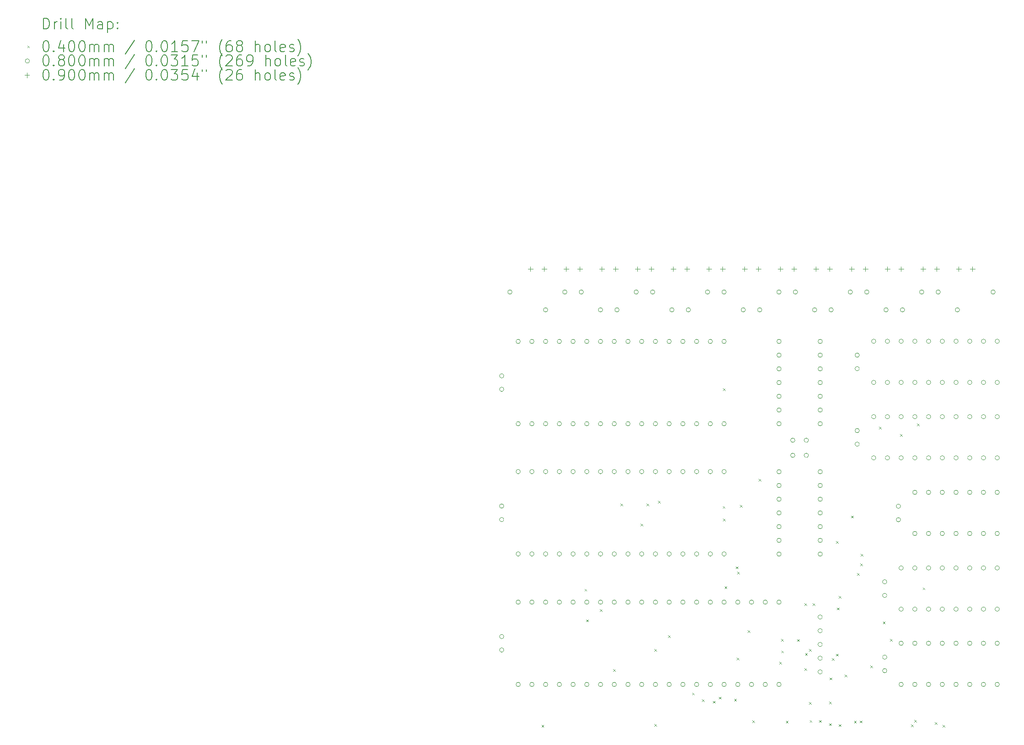
<source format=gbr>
%TF.GenerationSoftware,KiCad,Pcbnew,(6.0.9)*%
%TF.CreationDate,2022-12-02T20:58:01-05:00*%
%TF.ProjectId,Part 4 - CPU and memory,50617274-2034-4202-9d20-43505520616e,1*%
%TF.SameCoordinates,Original*%
%TF.FileFunction,Drillmap*%
%TF.FilePolarity,Positive*%
%FSLAX45Y45*%
G04 Gerber Fmt 4.5, Leading zero omitted, Abs format (unit mm)*
G04 Created by KiCad (PCBNEW (6.0.9)) date 2022-12-02 20:58:01*
%MOMM*%
%LPD*%
G01*
G04 APERTURE LIST*
%ADD10C,0.200000*%
%ADD11C,0.040000*%
%ADD12C,0.080000*%
%ADD13C,0.090000*%
G04 APERTURE END LIST*
D10*
D11*
X9476390Y-13194760D02*
X9516390Y-13234760D01*
X9516390Y-13194760D02*
X9476390Y-13234760D01*
X10270460Y-10678290D02*
X10310460Y-10718290D01*
X10310460Y-10678290D02*
X10270460Y-10718290D01*
X10298200Y-11244970D02*
X10338200Y-11284970D01*
X10338200Y-11244970D02*
X10298200Y-11284970D01*
X10556590Y-11051530D02*
X10596590Y-11091530D01*
X10596590Y-11051530D02*
X10556590Y-11091530D01*
X10800900Y-12165950D02*
X10840900Y-12205950D01*
X10840900Y-12165950D02*
X10800900Y-12205950D01*
X10933880Y-9098770D02*
X10973880Y-9138770D01*
X10973880Y-9098770D02*
X10933880Y-9138770D01*
X11308400Y-9467930D02*
X11348400Y-9507930D01*
X11348400Y-9467930D02*
X11308400Y-9507930D01*
X11416390Y-9098770D02*
X11456390Y-9138770D01*
X11456390Y-9098770D02*
X11416390Y-9138770D01*
X11562400Y-11791000D02*
X11602400Y-11831000D01*
X11602400Y-11791000D02*
X11562400Y-11831000D01*
X11562400Y-13177970D02*
X11602400Y-13217970D01*
X11602400Y-13177970D02*
X11562400Y-13217970D01*
X11632100Y-9049870D02*
X11672100Y-9089870D01*
X11672100Y-9049870D02*
X11632100Y-9089870D01*
X11814400Y-11539000D02*
X11854400Y-11579000D01*
X11854400Y-11539000D02*
X11814400Y-11579000D01*
X12260764Y-12598964D02*
X12300764Y-12638964D01*
X12300764Y-12598964D02*
X12260764Y-12638964D01*
X12446330Y-12724890D02*
X12486330Y-12764890D01*
X12486330Y-12724890D02*
X12446330Y-12764890D01*
X12645200Y-12752320D02*
X12685200Y-12792320D01*
X12685200Y-12752320D02*
X12645200Y-12792320D01*
X12757230Y-12675000D02*
X12797230Y-12715000D01*
X12797230Y-12675000D02*
X12757230Y-12715000D01*
X12829460Y-9143930D02*
X12869460Y-9183930D01*
X12869460Y-9143930D02*
X12829460Y-9183930D01*
X12832400Y-6965000D02*
X12872400Y-7005000D01*
X12872400Y-6965000D02*
X12832400Y-7005000D01*
X12832400Y-9378000D02*
X12872400Y-9418000D01*
X12872400Y-9378000D02*
X12832400Y-9418000D01*
X12863130Y-10630860D02*
X12903130Y-10670860D01*
X12903130Y-10630860D02*
X12863130Y-10670860D01*
X13039650Y-12711300D02*
X13079650Y-12751300D01*
X13079650Y-12711300D02*
X13039650Y-12751300D01*
X13072070Y-10262790D02*
X13112070Y-10302790D01*
X13112070Y-10262790D02*
X13072070Y-10302790D01*
X13087380Y-11949220D02*
X13127380Y-11989220D01*
X13127380Y-11949220D02*
X13087380Y-11989220D01*
X13092750Y-10362830D02*
X13132750Y-10402830D01*
X13132750Y-10362830D02*
X13092750Y-10402830D01*
X13145350Y-9125830D02*
X13185350Y-9165830D01*
X13185350Y-9125830D02*
X13145350Y-9165830D01*
X13290670Y-11442060D02*
X13330670Y-11482060D01*
X13330670Y-11442060D02*
X13290670Y-11482060D01*
X13371970Y-13109820D02*
X13411970Y-13149820D01*
X13411970Y-13109820D02*
X13371970Y-13149820D01*
X13492800Y-8641400D02*
X13532800Y-8681400D01*
X13532800Y-8641400D02*
X13492800Y-8681400D01*
X13874200Y-12025900D02*
X13914200Y-12065900D01*
X13914200Y-12025900D02*
X13874200Y-12065900D01*
X13910380Y-11603970D02*
X13950380Y-11643970D01*
X13950380Y-11603970D02*
X13910380Y-11643970D01*
X13911280Y-11819210D02*
X13951280Y-11859210D01*
X13951280Y-11819210D02*
X13911280Y-11859210D01*
X13997900Y-13122090D02*
X14037900Y-13162090D01*
X14037900Y-13122090D02*
X13997900Y-13162090D01*
X14203570Y-11607620D02*
X14243570Y-11647620D01*
X14243570Y-11607620D02*
X14203570Y-11647620D01*
X14337530Y-10946260D02*
X14377530Y-10986260D01*
X14377530Y-10946260D02*
X14337530Y-10986260D01*
X14342550Y-12144260D02*
X14382550Y-12184260D01*
X14382550Y-12144260D02*
X14342550Y-12184260D01*
X14351530Y-11866780D02*
X14391530Y-11906780D01*
X14391530Y-11866780D02*
X14351530Y-11906780D01*
X14422210Y-12771470D02*
X14462210Y-12811470D01*
X14462210Y-12771470D02*
X14422210Y-12811470D01*
X14423310Y-11790760D02*
X14463310Y-11830760D01*
X14463310Y-11790760D02*
X14423310Y-11830760D01*
X14438260Y-13108000D02*
X14478260Y-13148000D01*
X14478260Y-13108000D02*
X14438260Y-13148000D01*
X14493700Y-10942960D02*
X14533700Y-10982960D01*
X14533700Y-10942960D02*
X14493700Y-10982960D01*
X14612050Y-13107470D02*
X14652050Y-13147470D01*
X14652050Y-13107470D02*
X14612050Y-13147470D01*
X14796490Y-12765490D02*
X14836490Y-12805490D01*
X14836490Y-12765490D02*
X14796490Y-12805490D01*
X14798823Y-13166494D02*
X14838823Y-13206494D01*
X14838823Y-13166494D02*
X14798823Y-13206494D01*
X14806810Y-12320710D02*
X14846810Y-12360710D01*
X14846810Y-12320710D02*
X14806810Y-12360710D01*
X14848690Y-11957400D02*
X14888690Y-11997400D01*
X14888690Y-11957400D02*
X14848690Y-11997400D01*
X14926760Y-11880350D02*
X14966760Y-11920350D01*
X14966760Y-11880350D02*
X14926760Y-11920350D01*
X14926800Y-9790670D02*
X14966800Y-9830670D01*
X14966800Y-9790670D02*
X14926800Y-9830670D01*
X14940760Y-11025640D02*
X14980760Y-11065640D01*
X14980760Y-11025640D02*
X14940760Y-11065640D01*
X14976560Y-13182710D02*
X15016560Y-13222710D01*
X15016560Y-13182710D02*
X14976560Y-13222710D01*
X14977230Y-10809230D02*
X15017230Y-10849230D01*
X15017230Y-10809230D02*
X14977230Y-10849230D01*
X15087100Y-12262300D02*
X15127100Y-12302300D01*
X15127100Y-12262300D02*
X15087100Y-12302300D01*
X15203690Y-9321860D02*
X15243690Y-9361860D01*
X15243690Y-9321860D02*
X15203690Y-9361860D01*
X15259600Y-13122570D02*
X15299600Y-13162570D01*
X15299600Y-13122570D02*
X15259600Y-13162570D01*
X15310470Y-10384930D02*
X15350470Y-10424930D01*
X15350470Y-10384930D02*
X15310470Y-10424930D01*
X15366280Y-13115180D02*
X15406280Y-13155180D01*
X15406280Y-13115180D02*
X15366280Y-13155180D01*
X15375780Y-10206440D02*
X15415780Y-10246440D01*
X15415780Y-10206440D02*
X15375780Y-10246440D01*
X15382370Y-10027150D02*
X15422370Y-10067150D01*
X15422370Y-10027150D02*
X15382370Y-10067150D01*
X15558650Y-12093950D02*
X15598650Y-12133950D01*
X15598650Y-12093950D02*
X15558650Y-12133950D01*
X15719220Y-7673440D02*
X15759220Y-7713440D01*
X15759220Y-7673440D02*
X15719220Y-7713440D01*
X15791270Y-11282210D02*
X15831270Y-11322210D01*
X15831270Y-11282210D02*
X15791270Y-11322210D01*
X15922180Y-11603990D02*
X15962180Y-11643990D01*
X15962180Y-11603990D02*
X15922180Y-11643990D01*
X16112240Y-7812510D02*
X16152240Y-7852510D01*
X16152240Y-7812510D02*
X16112240Y-7852510D01*
X16312180Y-13185890D02*
X16352180Y-13225890D01*
X16352180Y-13185890D02*
X16312180Y-13225890D01*
X16369810Y-13100190D02*
X16409810Y-13140190D01*
X16409810Y-13100190D02*
X16369810Y-13140190D01*
X16419780Y-7615190D02*
X16459780Y-7655190D01*
X16459780Y-7615190D02*
X16419780Y-7655190D01*
X16527530Y-10652000D02*
X16567530Y-10692000D01*
X16567530Y-10652000D02*
X16527530Y-10692000D01*
X16751520Y-13146310D02*
X16791520Y-13186310D01*
X16791520Y-13146310D02*
X16751520Y-13186310D01*
X16896400Y-13197020D02*
X16936400Y-13237020D01*
X16936400Y-13197020D02*
X16896400Y-13237020D01*
D12*
X8777600Y-6733000D02*
G75*
G03*
X8777600Y-6733000I-40000J0D01*
G01*
X8777600Y-6983000D02*
G75*
G03*
X8777600Y-6983000I-40000J0D01*
G01*
X8777600Y-9144000D02*
G75*
G03*
X8777600Y-9144000I-40000J0D01*
G01*
X8777600Y-9394000D02*
G75*
G03*
X8777600Y-9394000I-40000J0D01*
G01*
X8777600Y-11559000D02*
G75*
G03*
X8777600Y-11559000I-40000J0D01*
G01*
X8777600Y-11809000D02*
G75*
G03*
X8777600Y-11809000I-40000J0D01*
G01*
X8930000Y-5181600D02*
G75*
G03*
X8930000Y-5181600I-40000J0D01*
G01*
X9082400Y-6096500D02*
G75*
G03*
X9082400Y-6096500I-40000J0D01*
G01*
X9082400Y-7620500D02*
G75*
G03*
X9082400Y-7620500I-40000J0D01*
G01*
X9082400Y-8507000D02*
G75*
G03*
X9082400Y-8507000I-40000J0D01*
G01*
X9082400Y-10031000D02*
G75*
G03*
X9082400Y-10031000I-40000J0D01*
G01*
X9082900Y-10922500D02*
G75*
G03*
X9082900Y-10922500I-40000J0D01*
G01*
X9082900Y-12446500D02*
G75*
G03*
X9082900Y-12446500I-40000J0D01*
G01*
X9336400Y-6096500D02*
G75*
G03*
X9336400Y-6096500I-40000J0D01*
G01*
X9336400Y-7620500D02*
G75*
G03*
X9336400Y-7620500I-40000J0D01*
G01*
X9336400Y-8507000D02*
G75*
G03*
X9336400Y-8507000I-40000J0D01*
G01*
X9336400Y-10031000D02*
G75*
G03*
X9336400Y-10031000I-40000J0D01*
G01*
X9336900Y-10922500D02*
G75*
G03*
X9336900Y-10922500I-40000J0D01*
G01*
X9336900Y-12446500D02*
G75*
G03*
X9336900Y-12446500I-40000J0D01*
G01*
X9590400Y-5511800D02*
G75*
G03*
X9590400Y-5511800I-40000J0D01*
G01*
X9590400Y-6096500D02*
G75*
G03*
X9590400Y-6096500I-40000J0D01*
G01*
X9590400Y-7620500D02*
G75*
G03*
X9590400Y-7620500I-40000J0D01*
G01*
X9590400Y-8507000D02*
G75*
G03*
X9590400Y-8507000I-40000J0D01*
G01*
X9590400Y-10031000D02*
G75*
G03*
X9590400Y-10031000I-40000J0D01*
G01*
X9590900Y-10922500D02*
G75*
G03*
X9590900Y-10922500I-40000J0D01*
G01*
X9590900Y-12446500D02*
G75*
G03*
X9590900Y-12446500I-40000J0D01*
G01*
X9844400Y-6096500D02*
G75*
G03*
X9844400Y-6096500I-40000J0D01*
G01*
X9844400Y-7620500D02*
G75*
G03*
X9844400Y-7620500I-40000J0D01*
G01*
X9844400Y-8507000D02*
G75*
G03*
X9844400Y-8507000I-40000J0D01*
G01*
X9844400Y-10031000D02*
G75*
G03*
X9844400Y-10031000I-40000J0D01*
G01*
X9844900Y-10922500D02*
G75*
G03*
X9844900Y-10922500I-40000J0D01*
G01*
X9844900Y-12446500D02*
G75*
G03*
X9844900Y-12446500I-40000J0D01*
G01*
X9946000Y-5181600D02*
G75*
G03*
X9946000Y-5181600I-40000J0D01*
G01*
X10098400Y-6096500D02*
G75*
G03*
X10098400Y-6096500I-40000J0D01*
G01*
X10098400Y-7620500D02*
G75*
G03*
X10098400Y-7620500I-40000J0D01*
G01*
X10098400Y-8507000D02*
G75*
G03*
X10098400Y-8507000I-40000J0D01*
G01*
X10098400Y-10031000D02*
G75*
G03*
X10098400Y-10031000I-40000J0D01*
G01*
X10098900Y-10922500D02*
G75*
G03*
X10098900Y-10922500I-40000J0D01*
G01*
X10098900Y-12446500D02*
G75*
G03*
X10098900Y-12446500I-40000J0D01*
G01*
X10250800Y-5181600D02*
G75*
G03*
X10250800Y-5181600I-40000J0D01*
G01*
X10352400Y-6096500D02*
G75*
G03*
X10352400Y-6096500I-40000J0D01*
G01*
X10352400Y-7620500D02*
G75*
G03*
X10352400Y-7620500I-40000J0D01*
G01*
X10352400Y-8507000D02*
G75*
G03*
X10352400Y-8507000I-40000J0D01*
G01*
X10352400Y-10031000D02*
G75*
G03*
X10352400Y-10031000I-40000J0D01*
G01*
X10352900Y-10922500D02*
G75*
G03*
X10352900Y-10922500I-40000J0D01*
G01*
X10352900Y-12446500D02*
G75*
G03*
X10352900Y-12446500I-40000J0D01*
G01*
X10606400Y-5511800D02*
G75*
G03*
X10606400Y-5511800I-40000J0D01*
G01*
X10606400Y-6096500D02*
G75*
G03*
X10606400Y-6096500I-40000J0D01*
G01*
X10606400Y-7620500D02*
G75*
G03*
X10606400Y-7620500I-40000J0D01*
G01*
X10606400Y-8507000D02*
G75*
G03*
X10606400Y-8507000I-40000J0D01*
G01*
X10606400Y-10031000D02*
G75*
G03*
X10606400Y-10031000I-40000J0D01*
G01*
X10606900Y-10922500D02*
G75*
G03*
X10606900Y-10922500I-40000J0D01*
G01*
X10606900Y-12446500D02*
G75*
G03*
X10606900Y-12446500I-40000J0D01*
G01*
X10860400Y-6096500D02*
G75*
G03*
X10860400Y-6096500I-40000J0D01*
G01*
X10860400Y-7620500D02*
G75*
G03*
X10860400Y-7620500I-40000J0D01*
G01*
X10860400Y-8507000D02*
G75*
G03*
X10860400Y-8507000I-40000J0D01*
G01*
X10860400Y-10031000D02*
G75*
G03*
X10860400Y-10031000I-40000J0D01*
G01*
X10860900Y-10922500D02*
G75*
G03*
X10860900Y-10922500I-40000J0D01*
G01*
X10860900Y-12446500D02*
G75*
G03*
X10860900Y-12446500I-40000J0D01*
G01*
X10911200Y-5511800D02*
G75*
G03*
X10911200Y-5511800I-40000J0D01*
G01*
X11114400Y-6096500D02*
G75*
G03*
X11114400Y-6096500I-40000J0D01*
G01*
X11114400Y-7620500D02*
G75*
G03*
X11114400Y-7620500I-40000J0D01*
G01*
X11114400Y-8507000D02*
G75*
G03*
X11114400Y-8507000I-40000J0D01*
G01*
X11114400Y-10031000D02*
G75*
G03*
X11114400Y-10031000I-40000J0D01*
G01*
X11114900Y-10922500D02*
G75*
G03*
X11114900Y-10922500I-40000J0D01*
G01*
X11114900Y-12446500D02*
G75*
G03*
X11114900Y-12446500I-40000J0D01*
G01*
X11266800Y-5181600D02*
G75*
G03*
X11266800Y-5181600I-40000J0D01*
G01*
X11368400Y-6096500D02*
G75*
G03*
X11368400Y-6096500I-40000J0D01*
G01*
X11368400Y-7620500D02*
G75*
G03*
X11368400Y-7620500I-40000J0D01*
G01*
X11368400Y-8507000D02*
G75*
G03*
X11368400Y-8507000I-40000J0D01*
G01*
X11368400Y-10031000D02*
G75*
G03*
X11368400Y-10031000I-40000J0D01*
G01*
X11368900Y-10922500D02*
G75*
G03*
X11368900Y-10922500I-40000J0D01*
G01*
X11368900Y-12446500D02*
G75*
G03*
X11368900Y-12446500I-40000J0D01*
G01*
X11571600Y-5181600D02*
G75*
G03*
X11571600Y-5181600I-40000J0D01*
G01*
X11622400Y-6096500D02*
G75*
G03*
X11622400Y-6096500I-40000J0D01*
G01*
X11622400Y-7620500D02*
G75*
G03*
X11622400Y-7620500I-40000J0D01*
G01*
X11622400Y-8507000D02*
G75*
G03*
X11622400Y-8507000I-40000J0D01*
G01*
X11622400Y-10031000D02*
G75*
G03*
X11622400Y-10031000I-40000J0D01*
G01*
X11622900Y-10922500D02*
G75*
G03*
X11622900Y-10922500I-40000J0D01*
G01*
X11622900Y-12446500D02*
G75*
G03*
X11622900Y-12446500I-40000J0D01*
G01*
X11876400Y-6096500D02*
G75*
G03*
X11876400Y-6096500I-40000J0D01*
G01*
X11876400Y-7620500D02*
G75*
G03*
X11876400Y-7620500I-40000J0D01*
G01*
X11876400Y-8507000D02*
G75*
G03*
X11876400Y-8507000I-40000J0D01*
G01*
X11876400Y-10031000D02*
G75*
G03*
X11876400Y-10031000I-40000J0D01*
G01*
X11876900Y-10922500D02*
G75*
G03*
X11876900Y-10922500I-40000J0D01*
G01*
X11876900Y-12446500D02*
G75*
G03*
X11876900Y-12446500I-40000J0D01*
G01*
X11927200Y-5511800D02*
G75*
G03*
X11927200Y-5511800I-40000J0D01*
G01*
X12130400Y-6096500D02*
G75*
G03*
X12130400Y-6096500I-40000J0D01*
G01*
X12130400Y-7620500D02*
G75*
G03*
X12130400Y-7620500I-40000J0D01*
G01*
X12130400Y-8507000D02*
G75*
G03*
X12130400Y-8507000I-40000J0D01*
G01*
X12130400Y-10031000D02*
G75*
G03*
X12130400Y-10031000I-40000J0D01*
G01*
X12130900Y-10922500D02*
G75*
G03*
X12130900Y-10922500I-40000J0D01*
G01*
X12130900Y-12446500D02*
G75*
G03*
X12130900Y-12446500I-40000J0D01*
G01*
X12232000Y-5511800D02*
G75*
G03*
X12232000Y-5511800I-40000J0D01*
G01*
X12384400Y-6096500D02*
G75*
G03*
X12384400Y-6096500I-40000J0D01*
G01*
X12384400Y-7620500D02*
G75*
G03*
X12384400Y-7620500I-40000J0D01*
G01*
X12384400Y-8507000D02*
G75*
G03*
X12384400Y-8507000I-40000J0D01*
G01*
X12384400Y-10031000D02*
G75*
G03*
X12384400Y-10031000I-40000J0D01*
G01*
X12384900Y-10922500D02*
G75*
G03*
X12384900Y-10922500I-40000J0D01*
G01*
X12384900Y-12446500D02*
G75*
G03*
X12384900Y-12446500I-40000J0D01*
G01*
X12587600Y-5181600D02*
G75*
G03*
X12587600Y-5181600I-40000J0D01*
G01*
X12638400Y-6096500D02*
G75*
G03*
X12638400Y-6096500I-40000J0D01*
G01*
X12638400Y-7620500D02*
G75*
G03*
X12638400Y-7620500I-40000J0D01*
G01*
X12638400Y-8507000D02*
G75*
G03*
X12638400Y-8507000I-40000J0D01*
G01*
X12638400Y-10031000D02*
G75*
G03*
X12638400Y-10031000I-40000J0D01*
G01*
X12638900Y-10922500D02*
G75*
G03*
X12638900Y-10922500I-40000J0D01*
G01*
X12638900Y-12446500D02*
G75*
G03*
X12638900Y-12446500I-40000J0D01*
G01*
X12892400Y-5181600D02*
G75*
G03*
X12892400Y-5181600I-40000J0D01*
G01*
X12892400Y-6096500D02*
G75*
G03*
X12892400Y-6096500I-40000J0D01*
G01*
X12892400Y-7620500D02*
G75*
G03*
X12892400Y-7620500I-40000J0D01*
G01*
X12892400Y-8507000D02*
G75*
G03*
X12892400Y-8507000I-40000J0D01*
G01*
X12892400Y-10031000D02*
G75*
G03*
X12892400Y-10031000I-40000J0D01*
G01*
X12892900Y-10922500D02*
G75*
G03*
X12892900Y-10922500I-40000J0D01*
G01*
X12892900Y-12446500D02*
G75*
G03*
X12892900Y-12446500I-40000J0D01*
G01*
X13146900Y-10922500D02*
G75*
G03*
X13146900Y-10922500I-40000J0D01*
G01*
X13146900Y-12446500D02*
G75*
G03*
X13146900Y-12446500I-40000J0D01*
G01*
X13248000Y-5511800D02*
G75*
G03*
X13248000Y-5511800I-40000J0D01*
G01*
X13400900Y-10922500D02*
G75*
G03*
X13400900Y-10922500I-40000J0D01*
G01*
X13400900Y-12446500D02*
G75*
G03*
X13400900Y-12446500I-40000J0D01*
G01*
X13552800Y-5511800D02*
G75*
G03*
X13552800Y-5511800I-40000J0D01*
G01*
X13654900Y-10922500D02*
G75*
G03*
X13654900Y-10922500I-40000J0D01*
G01*
X13654900Y-12446500D02*
G75*
G03*
X13654900Y-12446500I-40000J0D01*
G01*
X13908400Y-5181600D02*
G75*
G03*
X13908400Y-5181600I-40000J0D01*
G01*
X13908900Y-10922500D02*
G75*
G03*
X13908900Y-10922500I-40000J0D01*
G01*
X13908900Y-12446500D02*
G75*
G03*
X13908900Y-12446500I-40000J0D01*
G01*
X13909400Y-6095500D02*
G75*
G03*
X13909400Y-6095500I-40000J0D01*
G01*
X13909400Y-6349500D02*
G75*
G03*
X13909400Y-6349500I-40000J0D01*
G01*
X13909400Y-6603500D02*
G75*
G03*
X13909400Y-6603500I-40000J0D01*
G01*
X13909400Y-6857500D02*
G75*
G03*
X13909400Y-6857500I-40000J0D01*
G01*
X13909400Y-7111500D02*
G75*
G03*
X13909400Y-7111500I-40000J0D01*
G01*
X13909400Y-7365500D02*
G75*
G03*
X13909400Y-7365500I-40000J0D01*
G01*
X13909400Y-7619500D02*
G75*
G03*
X13909400Y-7619500I-40000J0D01*
G01*
X13909400Y-8508500D02*
G75*
G03*
X13909400Y-8508500I-40000J0D01*
G01*
X13909400Y-8762500D02*
G75*
G03*
X13909400Y-8762500I-40000J0D01*
G01*
X13909400Y-9016500D02*
G75*
G03*
X13909400Y-9016500I-40000J0D01*
G01*
X13909400Y-9270500D02*
G75*
G03*
X13909400Y-9270500I-40000J0D01*
G01*
X13909400Y-9524500D02*
G75*
G03*
X13909400Y-9524500I-40000J0D01*
G01*
X13909400Y-9778500D02*
G75*
G03*
X13909400Y-9778500I-40000J0D01*
G01*
X13909400Y-10032500D02*
G75*
G03*
X13909400Y-10032500I-40000J0D01*
G01*
X14164400Y-7924800D02*
G75*
G03*
X14164400Y-7924800I-40000J0D01*
G01*
X14164400Y-8204200D02*
G75*
G03*
X14164400Y-8204200I-40000J0D01*
G01*
X14213200Y-5181600D02*
G75*
G03*
X14213200Y-5181600I-40000J0D01*
G01*
X14414400Y-7924800D02*
G75*
G03*
X14414400Y-7924800I-40000J0D01*
G01*
X14414400Y-8204200D02*
G75*
G03*
X14414400Y-8204200I-40000J0D01*
G01*
X14568800Y-5511800D02*
G75*
G03*
X14568800Y-5511800I-40000J0D01*
G01*
X14670400Y-11197400D02*
G75*
G03*
X14670400Y-11197400I-40000J0D01*
G01*
X14670400Y-11451400D02*
G75*
G03*
X14670400Y-11451400I-40000J0D01*
G01*
X14670400Y-11705400D02*
G75*
G03*
X14670400Y-11705400I-40000J0D01*
G01*
X14670400Y-11959400D02*
G75*
G03*
X14670400Y-11959400I-40000J0D01*
G01*
X14670400Y-12213400D02*
G75*
G03*
X14670400Y-12213400I-40000J0D01*
G01*
X14671400Y-6095500D02*
G75*
G03*
X14671400Y-6095500I-40000J0D01*
G01*
X14671400Y-6349500D02*
G75*
G03*
X14671400Y-6349500I-40000J0D01*
G01*
X14671400Y-6603500D02*
G75*
G03*
X14671400Y-6603500I-40000J0D01*
G01*
X14671400Y-6857500D02*
G75*
G03*
X14671400Y-6857500I-40000J0D01*
G01*
X14671400Y-7111500D02*
G75*
G03*
X14671400Y-7111500I-40000J0D01*
G01*
X14671400Y-7365500D02*
G75*
G03*
X14671400Y-7365500I-40000J0D01*
G01*
X14671400Y-7619500D02*
G75*
G03*
X14671400Y-7619500I-40000J0D01*
G01*
X14671400Y-8508500D02*
G75*
G03*
X14671400Y-8508500I-40000J0D01*
G01*
X14671400Y-8762500D02*
G75*
G03*
X14671400Y-8762500I-40000J0D01*
G01*
X14671400Y-9016500D02*
G75*
G03*
X14671400Y-9016500I-40000J0D01*
G01*
X14671400Y-9270500D02*
G75*
G03*
X14671400Y-9270500I-40000J0D01*
G01*
X14671400Y-9524500D02*
G75*
G03*
X14671400Y-9524500I-40000J0D01*
G01*
X14671400Y-9778500D02*
G75*
G03*
X14671400Y-9778500I-40000J0D01*
G01*
X14671400Y-10032500D02*
G75*
G03*
X14671400Y-10032500I-40000J0D01*
G01*
X14873600Y-5511800D02*
G75*
G03*
X14873600Y-5511800I-40000J0D01*
G01*
X15229200Y-5181600D02*
G75*
G03*
X15229200Y-5181600I-40000J0D01*
G01*
X15356200Y-6350000D02*
G75*
G03*
X15356200Y-6350000I-40000J0D01*
G01*
X15356200Y-6600000D02*
G75*
G03*
X15356200Y-6600000I-40000J0D01*
G01*
X15356200Y-7747000D02*
G75*
G03*
X15356200Y-7747000I-40000J0D01*
G01*
X15356200Y-7997000D02*
G75*
G03*
X15356200Y-7997000I-40000J0D01*
G01*
X15534000Y-5181600D02*
G75*
G03*
X15534000Y-5181600I-40000J0D01*
G01*
X15661000Y-7490000D02*
G75*
G03*
X15661000Y-7490000I-40000J0D01*
G01*
X15661000Y-8252000D02*
G75*
G03*
X15661000Y-8252000I-40000J0D01*
G01*
X15661500Y-6093000D02*
G75*
G03*
X15661500Y-6093000I-40000J0D01*
G01*
X15661500Y-6855000D02*
G75*
G03*
X15661500Y-6855000I-40000J0D01*
G01*
X15865200Y-10547000D02*
G75*
G03*
X15865200Y-10547000I-40000J0D01*
G01*
X15865200Y-10797000D02*
G75*
G03*
X15865200Y-10797000I-40000J0D01*
G01*
X15865200Y-11941000D02*
G75*
G03*
X15865200Y-11941000I-40000J0D01*
G01*
X15865200Y-12191000D02*
G75*
G03*
X15865200Y-12191000I-40000J0D01*
G01*
X15889600Y-5511800D02*
G75*
G03*
X15889600Y-5511800I-40000J0D01*
G01*
X15915000Y-7490000D02*
G75*
G03*
X15915000Y-7490000I-40000J0D01*
G01*
X15915000Y-8252000D02*
G75*
G03*
X15915000Y-8252000I-40000J0D01*
G01*
X15915500Y-6093000D02*
G75*
G03*
X15915500Y-6093000I-40000J0D01*
G01*
X15915500Y-6855000D02*
G75*
G03*
X15915500Y-6855000I-40000J0D01*
G01*
X16118700Y-9147000D02*
G75*
G03*
X16118700Y-9147000I-40000J0D01*
G01*
X16118700Y-9397000D02*
G75*
G03*
X16118700Y-9397000I-40000J0D01*
G01*
X16169000Y-7490000D02*
G75*
G03*
X16169000Y-7490000I-40000J0D01*
G01*
X16169000Y-8252000D02*
G75*
G03*
X16169000Y-8252000I-40000J0D01*
G01*
X16169000Y-10290000D02*
G75*
G03*
X16169000Y-10290000I-40000J0D01*
G01*
X16169000Y-11052000D02*
G75*
G03*
X16169000Y-11052000I-40000J0D01*
G01*
X16169000Y-11684000D02*
G75*
G03*
X16169000Y-11684000I-40000J0D01*
G01*
X16169000Y-12446000D02*
G75*
G03*
X16169000Y-12446000I-40000J0D01*
G01*
X16169500Y-6093000D02*
G75*
G03*
X16169500Y-6093000I-40000J0D01*
G01*
X16169500Y-6855000D02*
G75*
G03*
X16169500Y-6855000I-40000J0D01*
G01*
X16194400Y-5511800D02*
G75*
G03*
X16194400Y-5511800I-40000J0D01*
G01*
X16423000Y-7490000D02*
G75*
G03*
X16423000Y-7490000I-40000J0D01*
G01*
X16423000Y-8252000D02*
G75*
G03*
X16423000Y-8252000I-40000J0D01*
G01*
X16423000Y-8890000D02*
G75*
G03*
X16423000Y-8890000I-40000J0D01*
G01*
X16423000Y-9652000D02*
G75*
G03*
X16423000Y-9652000I-40000J0D01*
G01*
X16423000Y-10290000D02*
G75*
G03*
X16423000Y-10290000I-40000J0D01*
G01*
X16423000Y-11052000D02*
G75*
G03*
X16423000Y-11052000I-40000J0D01*
G01*
X16423000Y-11684000D02*
G75*
G03*
X16423000Y-11684000I-40000J0D01*
G01*
X16423000Y-12446000D02*
G75*
G03*
X16423000Y-12446000I-40000J0D01*
G01*
X16423500Y-6093000D02*
G75*
G03*
X16423500Y-6093000I-40000J0D01*
G01*
X16423500Y-6855000D02*
G75*
G03*
X16423500Y-6855000I-40000J0D01*
G01*
X16550000Y-5181600D02*
G75*
G03*
X16550000Y-5181600I-40000J0D01*
G01*
X16677000Y-7490000D02*
G75*
G03*
X16677000Y-7490000I-40000J0D01*
G01*
X16677000Y-8252000D02*
G75*
G03*
X16677000Y-8252000I-40000J0D01*
G01*
X16677000Y-8890000D02*
G75*
G03*
X16677000Y-8890000I-40000J0D01*
G01*
X16677000Y-9652000D02*
G75*
G03*
X16677000Y-9652000I-40000J0D01*
G01*
X16677000Y-10290000D02*
G75*
G03*
X16677000Y-10290000I-40000J0D01*
G01*
X16677000Y-11052000D02*
G75*
G03*
X16677000Y-11052000I-40000J0D01*
G01*
X16677000Y-11684000D02*
G75*
G03*
X16677000Y-11684000I-40000J0D01*
G01*
X16677000Y-12446000D02*
G75*
G03*
X16677000Y-12446000I-40000J0D01*
G01*
X16677500Y-6093000D02*
G75*
G03*
X16677500Y-6093000I-40000J0D01*
G01*
X16677500Y-6855000D02*
G75*
G03*
X16677500Y-6855000I-40000J0D01*
G01*
X16854800Y-5181600D02*
G75*
G03*
X16854800Y-5181600I-40000J0D01*
G01*
X16931000Y-7490000D02*
G75*
G03*
X16931000Y-7490000I-40000J0D01*
G01*
X16931000Y-8252000D02*
G75*
G03*
X16931000Y-8252000I-40000J0D01*
G01*
X16931000Y-8890000D02*
G75*
G03*
X16931000Y-8890000I-40000J0D01*
G01*
X16931000Y-9652000D02*
G75*
G03*
X16931000Y-9652000I-40000J0D01*
G01*
X16931000Y-10290000D02*
G75*
G03*
X16931000Y-10290000I-40000J0D01*
G01*
X16931000Y-11052000D02*
G75*
G03*
X16931000Y-11052000I-40000J0D01*
G01*
X16931000Y-11684000D02*
G75*
G03*
X16931000Y-11684000I-40000J0D01*
G01*
X16931000Y-12446000D02*
G75*
G03*
X16931000Y-12446000I-40000J0D01*
G01*
X16931500Y-6093000D02*
G75*
G03*
X16931500Y-6093000I-40000J0D01*
G01*
X16931500Y-6855000D02*
G75*
G03*
X16931500Y-6855000I-40000J0D01*
G01*
X17185000Y-7490000D02*
G75*
G03*
X17185000Y-7490000I-40000J0D01*
G01*
X17185000Y-8252000D02*
G75*
G03*
X17185000Y-8252000I-40000J0D01*
G01*
X17185000Y-8890000D02*
G75*
G03*
X17185000Y-8890000I-40000J0D01*
G01*
X17185000Y-9652000D02*
G75*
G03*
X17185000Y-9652000I-40000J0D01*
G01*
X17185000Y-10290000D02*
G75*
G03*
X17185000Y-10290000I-40000J0D01*
G01*
X17185000Y-11052000D02*
G75*
G03*
X17185000Y-11052000I-40000J0D01*
G01*
X17185000Y-11684000D02*
G75*
G03*
X17185000Y-11684000I-40000J0D01*
G01*
X17185000Y-12446000D02*
G75*
G03*
X17185000Y-12446000I-40000J0D01*
G01*
X17185500Y-6093000D02*
G75*
G03*
X17185500Y-6093000I-40000J0D01*
G01*
X17185500Y-6855000D02*
G75*
G03*
X17185500Y-6855000I-40000J0D01*
G01*
X17210400Y-5511800D02*
G75*
G03*
X17210400Y-5511800I-40000J0D01*
G01*
X17439000Y-7490000D02*
G75*
G03*
X17439000Y-7490000I-40000J0D01*
G01*
X17439000Y-8252000D02*
G75*
G03*
X17439000Y-8252000I-40000J0D01*
G01*
X17439000Y-8890000D02*
G75*
G03*
X17439000Y-8890000I-40000J0D01*
G01*
X17439000Y-9652000D02*
G75*
G03*
X17439000Y-9652000I-40000J0D01*
G01*
X17439000Y-10290000D02*
G75*
G03*
X17439000Y-10290000I-40000J0D01*
G01*
X17439000Y-11052000D02*
G75*
G03*
X17439000Y-11052000I-40000J0D01*
G01*
X17439000Y-11684000D02*
G75*
G03*
X17439000Y-11684000I-40000J0D01*
G01*
X17439000Y-12446000D02*
G75*
G03*
X17439000Y-12446000I-40000J0D01*
G01*
X17439500Y-6093000D02*
G75*
G03*
X17439500Y-6093000I-40000J0D01*
G01*
X17439500Y-6855000D02*
G75*
G03*
X17439500Y-6855000I-40000J0D01*
G01*
X17693000Y-7490000D02*
G75*
G03*
X17693000Y-7490000I-40000J0D01*
G01*
X17693000Y-8252000D02*
G75*
G03*
X17693000Y-8252000I-40000J0D01*
G01*
X17693000Y-8890000D02*
G75*
G03*
X17693000Y-8890000I-40000J0D01*
G01*
X17693000Y-9652000D02*
G75*
G03*
X17693000Y-9652000I-40000J0D01*
G01*
X17693000Y-10290000D02*
G75*
G03*
X17693000Y-10290000I-40000J0D01*
G01*
X17693000Y-11052000D02*
G75*
G03*
X17693000Y-11052000I-40000J0D01*
G01*
X17693000Y-11684000D02*
G75*
G03*
X17693000Y-11684000I-40000J0D01*
G01*
X17693000Y-12446000D02*
G75*
G03*
X17693000Y-12446000I-40000J0D01*
G01*
X17693500Y-6093000D02*
G75*
G03*
X17693500Y-6093000I-40000J0D01*
G01*
X17693500Y-6855000D02*
G75*
G03*
X17693500Y-6855000I-40000J0D01*
G01*
X17870800Y-5181600D02*
G75*
G03*
X17870800Y-5181600I-40000J0D01*
G01*
X17947000Y-7490000D02*
G75*
G03*
X17947000Y-7490000I-40000J0D01*
G01*
X17947000Y-8252000D02*
G75*
G03*
X17947000Y-8252000I-40000J0D01*
G01*
X17947000Y-8890000D02*
G75*
G03*
X17947000Y-8890000I-40000J0D01*
G01*
X17947000Y-9652000D02*
G75*
G03*
X17947000Y-9652000I-40000J0D01*
G01*
X17947000Y-10290000D02*
G75*
G03*
X17947000Y-10290000I-40000J0D01*
G01*
X17947000Y-11052000D02*
G75*
G03*
X17947000Y-11052000I-40000J0D01*
G01*
X17947000Y-11684000D02*
G75*
G03*
X17947000Y-11684000I-40000J0D01*
G01*
X17947000Y-12446000D02*
G75*
G03*
X17947000Y-12446000I-40000J0D01*
G01*
X17947500Y-6093000D02*
G75*
G03*
X17947500Y-6093000I-40000J0D01*
G01*
X17947500Y-6855000D02*
G75*
G03*
X17947500Y-6855000I-40000J0D01*
G01*
D13*
X9269000Y-4707900D02*
X9269000Y-4797900D01*
X9224000Y-4752900D02*
X9314000Y-4752900D01*
X9523000Y-4707900D02*
X9523000Y-4797900D01*
X9478000Y-4752900D02*
X9568000Y-4752900D01*
X9929400Y-4707900D02*
X9929400Y-4797900D01*
X9884400Y-4752900D02*
X9974400Y-4752900D01*
X10183400Y-4707900D02*
X10183400Y-4797900D01*
X10138400Y-4752900D02*
X10228400Y-4752900D01*
X10589800Y-4707900D02*
X10589800Y-4797900D01*
X10544800Y-4752900D02*
X10634800Y-4752900D01*
X10843800Y-4707900D02*
X10843800Y-4797900D01*
X10798800Y-4752900D02*
X10888800Y-4752900D01*
X11250200Y-4707900D02*
X11250200Y-4797900D01*
X11205200Y-4752900D02*
X11295200Y-4752900D01*
X11504200Y-4707900D02*
X11504200Y-4797900D01*
X11459200Y-4752900D02*
X11549200Y-4752900D01*
X11910600Y-4707900D02*
X11910600Y-4797900D01*
X11865600Y-4752900D02*
X11955600Y-4752900D01*
X12164600Y-4707900D02*
X12164600Y-4797900D01*
X12119600Y-4752900D02*
X12209600Y-4752900D01*
X12571000Y-4707900D02*
X12571000Y-4797900D01*
X12526000Y-4752900D02*
X12616000Y-4752900D01*
X12825000Y-4707900D02*
X12825000Y-4797900D01*
X12780000Y-4752900D02*
X12870000Y-4752900D01*
X13231400Y-4707900D02*
X13231400Y-4797900D01*
X13186400Y-4752900D02*
X13276400Y-4752900D01*
X13485400Y-4707900D02*
X13485400Y-4797900D01*
X13440400Y-4752900D02*
X13530400Y-4752900D01*
X13891800Y-4707900D02*
X13891800Y-4797900D01*
X13846800Y-4752900D02*
X13936800Y-4752900D01*
X14145800Y-4707900D02*
X14145800Y-4797900D01*
X14100800Y-4752900D02*
X14190800Y-4752900D01*
X14552200Y-4707900D02*
X14552200Y-4797900D01*
X14507200Y-4752900D02*
X14597200Y-4752900D01*
X14806200Y-4707900D02*
X14806200Y-4797900D01*
X14761200Y-4752900D02*
X14851200Y-4752900D01*
X15212600Y-4707900D02*
X15212600Y-4797900D01*
X15167600Y-4752900D02*
X15257600Y-4752900D01*
X15466600Y-4707900D02*
X15466600Y-4797900D01*
X15421600Y-4752900D02*
X15511600Y-4752900D01*
X15873000Y-4707900D02*
X15873000Y-4797900D01*
X15828000Y-4752900D02*
X15918000Y-4752900D01*
X16127000Y-4707900D02*
X16127000Y-4797900D01*
X16082000Y-4752900D02*
X16172000Y-4752900D01*
X16533400Y-4707900D02*
X16533400Y-4797900D01*
X16488400Y-4752900D02*
X16578400Y-4752900D01*
X16787400Y-4707900D02*
X16787400Y-4797900D01*
X16742400Y-4752900D02*
X16832400Y-4752900D01*
X17193800Y-4707900D02*
X17193800Y-4797900D01*
X17148800Y-4752900D02*
X17238800Y-4752900D01*
X17447800Y-4707900D02*
X17447800Y-4797900D01*
X17402800Y-4752900D02*
X17492800Y-4752900D01*
D10*
X257619Y-310476D02*
X257619Y-110476D01*
X305238Y-110476D01*
X333810Y-120000D01*
X352857Y-139048D01*
X362381Y-158095D01*
X371905Y-196190D01*
X371905Y-224762D01*
X362381Y-262857D01*
X352857Y-281905D01*
X333810Y-300952D01*
X305238Y-310476D01*
X257619Y-310476D01*
X457619Y-310476D02*
X457619Y-177143D01*
X457619Y-215238D02*
X467143Y-196190D01*
X476667Y-186667D01*
X495714Y-177143D01*
X514762Y-177143D01*
X581429Y-310476D02*
X581429Y-177143D01*
X581429Y-110476D02*
X571905Y-120000D01*
X581429Y-129524D01*
X590952Y-120000D01*
X581429Y-110476D01*
X581429Y-129524D01*
X705238Y-310476D02*
X686190Y-300952D01*
X676667Y-281905D01*
X676667Y-110476D01*
X810000Y-310476D02*
X790952Y-300952D01*
X781428Y-281905D01*
X781428Y-110476D01*
X1038571Y-310476D02*
X1038571Y-110476D01*
X1105238Y-253333D01*
X1171905Y-110476D01*
X1171905Y-310476D01*
X1352857Y-310476D02*
X1352857Y-205714D01*
X1343333Y-186667D01*
X1324286Y-177143D01*
X1286190Y-177143D01*
X1267143Y-186667D01*
X1352857Y-300952D02*
X1333810Y-310476D01*
X1286190Y-310476D01*
X1267143Y-300952D01*
X1257619Y-281905D01*
X1257619Y-262857D01*
X1267143Y-243809D01*
X1286190Y-234286D01*
X1333810Y-234286D01*
X1352857Y-224762D01*
X1448095Y-177143D02*
X1448095Y-377143D01*
X1448095Y-186667D02*
X1467143Y-177143D01*
X1505238Y-177143D01*
X1524286Y-186667D01*
X1533809Y-196190D01*
X1543333Y-215238D01*
X1543333Y-272381D01*
X1533809Y-291429D01*
X1524286Y-300952D01*
X1505238Y-310476D01*
X1467143Y-310476D01*
X1448095Y-300952D01*
X1629048Y-291429D02*
X1638571Y-300952D01*
X1629048Y-310476D01*
X1619524Y-300952D01*
X1629048Y-291429D01*
X1629048Y-310476D01*
X1629048Y-186667D02*
X1638571Y-196190D01*
X1629048Y-205714D01*
X1619524Y-196190D01*
X1629048Y-186667D01*
X1629048Y-205714D01*
D11*
X-40000Y-620000D02*
X0Y-660000D01*
X0Y-620000D02*
X-40000Y-660000D01*
D10*
X295714Y-530476D02*
X314762Y-530476D01*
X333810Y-540000D01*
X343333Y-549524D01*
X352857Y-568571D01*
X362381Y-606667D01*
X362381Y-654286D01*
X352857Y-692381D01*
X343333Y-711428D01*
X333810Y-720952D01*
X314762Y-730476D01*
X295714Y-730476D01*
X276667Y-720952D01*
X267143Y-711428D01*
X257619Y-692381D01*
X248095Y-654286D01*
X248095Y-606667D01*
X257619Y-568571D01*
X267143Y-549524D01*
X276667Y-540000D01*
X295714Y-530476D01*
X448095Y-711428D02*
X457619Y-720952D01*
X448095Y-730476D01*
X438571Y-720952D01*
X448095Y-711428D01*
X448095Y-730476D01*
X629048Y-597143D02*
X629048Y-730476D01*
X581429Y-520952D02*
X533810Y-663810D01*
X657619Y-663810D01*
X771905Y-530476D02*
X790952Y-530476D01*
X810000Y-540000D01*
X819524Y-549524D01*
X829048Y-568571D01*
X838571Y-606667D01*
X838571Y-654286D01*
X829048Y-692381D01*
X819524Y-711428D01*
X810000Y-720952D01*
X790952Y-730476D01*
X771905Y-730476D01*
X752857Y-720952D01*
X743333Y-711428D01*
X733809Y-692381D01*
X724286Y-654286D01*
X724286Y-606667D01*
X733809Y-568571D01*
X743333Y-549524D01*
X752857Y-540000D01*
X771905Y-530476D01*
X962381Y-530476D02*
X981428Y-530476D01*
X1000476Y-540000D01*
X1010000Y-549524D01*
X1019524Y-568571D01*
X1029048Y-606667D01*
X1029048Y-654286D01*
X1019524Y-692381D01*
X1010000Y-711428D01*
X1000476Y-720952D01*
X981428Y-730476D01*
X962381Y-730476D01*
X943333Y-720952D01*
X933809Y-711428D01*
X924286Y-692381D01*
X914762Y-654286D01*
X914762Y-606667D01*
X924286Y-568571D01*
X933809Y-549524D01*
X943333Y-540000D01*
X962381Y-530476D01*
X1114762Y-730476D02*
X1114762Y-597143D01*
X1114762Y-616190D02*
X1124286Y-606667D01*
X1143333Y-597143D01*
X1171905Y-597143D01*
X1190952Y-606667D01*
X1200476Y-625714D01*
X1200476Y-730476D01*
X1200476Y-625714D02*
X1210000Y-606667D01*
X1229048Y-597143D01*
X1257619Y-597143D01*
X1276667Y-606667D01*
X1286190Y-625714D01*
X1286190Y-730476D01*
X1381429Y-730476D02*
X1381429Y-597143D01*
X1381429Y-616190D02*
X1390952Y-606667D01*
X1410000Y-597143D01*
X1438571Y-597143D01*
X1457619Y-606667D01*
X1467143Y-625714D01*
X1467143Y-730476D01*
X1467143Y-625714D02*
X1476667Y-606667D01*
X1495714Y-597143D01*
X1524286Y-597143D01*
X1543333Y-606667D01*
X1552857Y-625714D01*
X1552857Y-730476D01*
X1943333Y-520952D02*
X1771905Y-778095D01*
X2200476Y-530476D02*
X2219524Y-530476D01*
X2238571Y-540000D01*
X2248095Y-549524D01*
X2257619Y-568571D01*
X2267143Y-606667D01*
X2267143Y-654286D01*
X2257619Y-692381D01*
X2248095Y-711428D01*
X2238571Y-720952D01*
X2219524Y-730476D01*
X2200476Y-730476D01*
X2181429Y-720952D01*
X2171905Y-711428D01*
X2162381Y-692381D01*
X2152857Y-654286D01*
X2152857Y-606667D01*
X2162381Y-568571D01*
X2171905Y-549524D01*
X2181429Y-540000D01*
X2200476Y-530476D01*
X2352857Y-711428D02*
X2362381Y-720952D01*
X2352857Y-730476D01*
X2343333Y-720952D01*
X2352857Y-711428D01*
X2352857Y-730476D01*
X2486190Y-530476D02*
X2505238Y-530476D01*
X2524286Y-540000D01*
X2533810Y-549524D01*
X2543333Y-568571D01*
X2552857Y-606667D01*
X2552857Y-654286D01*
X2543333Y-692381D01*
X2533810Y-711428D01*
X2524286Y-720952D01*
X2505238Y-730476D01*
X2486190Y-730476D01*
X2467143Y-720952D01*
X2457619Y-711428D01*
X2448095Y-692381D01*
X2438571Y-654286D01*
X2438571Y-606667D01*
X2448095Y-568571D01*
X2457619Y-549524D01*
X2467143Y-540000D01*
X2486190Y-530476D01*
X2743333Y-730476D02*
X2629048Y-730476D01*
X2686190Y-730476D02*
X2686190Y-530476D01*
X2667143Y-559048D01*
X2648095Y-578095D01*
X2629048Y-587619D01*
X2924286Y-530476D02*
X2829048Y-530476D01*
X2819524Y-625714D01*
X2829048Y-616190D01*
X2848095Y-606667D01*
X2895714Y-606667D01*
X2914762Y-616190D01*
X2924286Y-625714D01*
X2933809Y-644762D01*
X2933809Y-692381D01*
X2924286Y-711428D01*
X2914762Y-720952D01*
X2895714Y-730476D01*
X2848095Y-730476D01*
X2829048Y-720952D01*
X2819524Y-711428D01*
X3000476Y-530476D02*
X3133809Y-530476D01*
X3048095Y-730476D01*
X3200476Y-530476D02*
X3200476Y-568571D01*
X3276667Y-530476D02*
X3276667Y-568571D01*
X3571905Y-806667D02*
X3562381Y-797143D01*
X3543333Y-768571D01*
X3533809Y-749524D01*
X3524286Y-720952D01*
X3514762Y-673333D01*
X3514762Y-635238D01*
X3524286Y-587619D01*
X3533809Y-559048D01*
X3543333Y-540000D01*
X3562381Y-511428D01*
X3571905Y-501905D01*
X3733809Y-530476D02*
X3695714Y-530476D01*
X3676667Y-540000D01*
X3667143Y-549524D01*
X3648095Y-578095D01*
X3638571Y-616190D01*
X3638571Y-692381D01*
X3648095Y-711428D01*
X3657619Y-720952D01*
X3676667Y-730476D01*
X3714762Y-730476D01*
X3733809Y-720952D01*
X3743333Y-711428D01*
X3752857Y-692381D01*
X3752857Y-644762D01*
X3743333Y-625714D01*
X3733809Y-616190D01*
X3714762Y-606667D01*
X3676667Y-606667D01*
X3657619Y-616190D01*
X3648095Y-625714D01*
X3638571Y-644762D01*
X3867143Y-616190D02*
X3848095Y-606667D01*
X3838571Y-597143D01*
X3829048Y-578095D01*
X3829048Y-568571D01*
X3838571Y-549524D01*
X3848095Y-540000D01*
X3867143Y-530476D01*
X3905238Y-530476D01*
X3924286Y-540000D01*
X3933809Y-549524D01*
X3943333Y-568571D01*
X3943333Y-578095D01*
X3933809Y-597143D01*
X3924286Y-606667D01*
X3905238Y-616190D01*
X3867143Y-616190D01*
X3848095Y-625714D01*
X3838571Y-635238D01*
X3829048Y-654286D01*
X3829048Y-692381D01*
X3838571Y-711428D01*
X3848095Y-720952D01*
X3867143Y-730476D01*
X3905238Y-730476D01*
X3924286Y-720952D01*
X3933809Y-711428D01*
X3943333Y-692381D01*
X3943333Y-654286D01*
X3933809Y-635238D01*
X3924286Y-625714D01*
X3905238Y-616190D01*
X4181428Y-730476D02*
X4181428Y-530476D01*
X4267143Y-730476D02*
X4267143Y-625714D01*
X4257619Y-606667D01*
X4238571Y-597143D01*
X4210000Y-597143D01*
X4190952Y-606667D01*
X4181428Y-616190D01*
X4390952Y-730476D02*
X4371905Y-720952D01*
X4362381Y-711428D01*
X4352857Y-692381D01*
X4352857Y-635238D01*
X4362381Y-616190D01*
X4371905Y-606667D01*
X4390952Y-597143D01*
X4419524Y-597143D01*
X4438571Y-606667D01*
X4448095Y-616190D01*
X4457619Y-635238D01*
X4457619Y-692381D01*
X4448095Y-711428D01*
X4438571Y-720952D01*
X4419524Y-730476D01*
X4390952Y-730476D01*
X4571905Y-730476D02*
X4552857Y-720952D01*
X4543333Y-701905D01*
X4543333Y-530476D01*
X4724286Y-720952D02*
X4705238Y-730476D01*
X4667143Y-730476D01*
X4648095Y-720952D01*
X4638571Y-701905D01*
X4638571Y-625714D01*
X4648095Y-606667D01*
X4667143Y-597143D01*
X4705238Y-597143D01*
X4724286Y-606667D01*
X4733810Y-625714D01*
X4733810Y-644762D01*
X4638571Y-663810D01*
X4810000Y-720952D02*
X4829048Y-730476D01*
X4867143Y-730476D01*
X4886190Y-720952D01*
X4895714Y-701905D01*
X4895714Y-692381D01*
X4886190Y-673333D01*
X4867143Y-663810D01*
X4838571Y-663810D01*
X4819524Y-654286D01*
X4810000Y-635238D01*
X4810000Y-625714D01*
X4819524Y-606667D01*
X4838571Y-597143D01*
X4867143Y-597143D01*
X4886190Y-606667D01*
X4962381Y-806667D02*
X4971905Y-797143D01*
X4990952Y-768571D01*
X5000476Y-749524D01*
X5010000Y-720952D01*
X5019524Y-673333D01*
X5019524Y-635238D01*
X5010000Y-587619D01*
X5000476Y-559048D01*
X4990952Y-540000D01*
X4971905Y-511428D01*
X4962381Y-501905D01*
D12*
X0Y-904000D02*
G75*
G03*
X0Y-904000I-40000J0D01*
G01*
D10*
X295714Y-794476D02*
X314762Y-794476D01*
X333810Y-804000D01*
X343333Y-813524D01*
X352857Y-832571D01*
X362381Y-870667D01*
X362381Y-918286D01*
X352857Y-956381D01*
X343333Y-975428D01*
X333810Y-984952D01*
X314762Y-994476D01*
X295714Y-994476D01*
X276667Y-984952D01*
X267143Y-975428D01*
X257619Y-956381D01*
X248095Y-918286D01*
X248095Y-870667D01*
X257619Y-832571D01*
X267143Y-813524D01*
X276667Y-804000D01*
X295714Y-794476D01*
X448095Y-975428D02*
X457619Y-984952D01*
X448095Y-994476D01*
X438571Y-984952D01*
X448095Y-975428D01*
X448095Y-994476D01*
X571905Y-880190D02*
X552857Y-870667D01*
X543333Y-861143D01*
X533810Y-842095D01*
X533810Y-832571D01*
X543333Y-813524D01*
X552857Y-804000D01*
X571905Y-794476D01*
X610000Y-794476D01*
X629048Y-804000D01*
X638571Y-813524D01*
X648095Y-832571D01*
X648095Y-842095D01*
X638571Y-861143D01*
X629048Y-870667D01*
X610000Y-880190D01*
X571905Y-880190D01*
X552857Y-889714D01*
X543333Y-899238D01*
X533810Y-918286D01*
X533810Y-956381D01*
X543333Y-975428D01*
X552857Y-984952D01*
X571905Y-994476D01*
X610000Y-994476D01*
X629048Y-984952D01*
X638571Y-975428D01*
X648095Y-956381D01*
X648095Y-918286D01*
X638571Y-899238D01*
X629048Y-889714D01*
X610000Y-880190D01*
X771905Y-794476D02*
X790952Y-794476D01*
X810000Y-804000D01*
X819524Y-813524D01*
X829048Y-832571D01*
X838571Y-870667D01*
X838571Y-918286D01*
X829048Y-956381D01*
X819524Y-975428D01*
X810000Y-984952D01*
X790952Y-994476D01*
X771905Y-994476D01*
X752857Y-984952D01*
X743333Y-975428D01*
X733809Y-956381D01*
X724286Y-918286D01*
X724286Y-870667D01*
X733809Y-832571D01*
X743333Y-813524D01*
X752857Y-804000D01*
X771905Y-794476D01*
X962381Y-794476D02*
X981428Y-794476D01*
X1000476Y-804000D01*
X1010000Y-813524D01*
X1019524Y-832571D01*
X1029048Y-870667D01*
X1029048Y-918286D01*
X1019524Y-956381D01*
X1010000Y-975428D01*
X1000476Y-984952D01*
X981428Y-994476D01*
X962381Y-994476D01*
X943333Y-984952D01*
X933809Y-975428D01*
X924286Y-956381D01*
X914762Y-918286D01*
X914762Y-870667D01*
X924286Y-832571D01*
X933809Y-813524D01*
X943333Y-804000D01*
X962381Y-794476D01*
X1114762Y-994476D02*
X1114762Y-861143D01*
X1114762Y-880190D02*
X1124286Y-870667D01*
X1143333Y-861143D01*
X1171905Y-861143D01*
X1190952Y-870667D01*
X1200476Y-889714D01*
X1200476Y-994476D01*
X1200476Y-889714D02*
X1210000Y-870667D01*
X1229048Y-861143D01*
X1257619Y-861143D01*
X1276667Y-870667D01*
X1286190Y-889714D01*
X1286190Y-994476D01*
X1381429Y-994476D02*
X1381429Y-861143D01*
X1381429Y-880190D02*
X1390952Y-870667D01*
X1410000Y-861143D01*
X1438571Y-861143D01*
X1457619Y-870667D01*
X1467143Y-889714D01*
X1467143Y-994476D01*
X1467143Y-889714D02*
X1476667Y-870667D01*
X1495714Y-861143D01*
X1524286Y-861143D01*
X1543333Y-870667D01*
X1552857Y-889714D01*
X1552857Y-994476D01*
X1943333Y-784952D02*
X1771905Y-1042095D01*
X2200476Y-794476D02*
X2219524Y-794476D01*
X2238571Y-804000D01*
X2248095Y-813524D01*
X2257619Y-832571D01*
X2267143Y-870667D01*
X2267143Y-918286D01*
X2257619Y-956381D01*
X2248095Y-975428D01*
X2238571Y-984952D01*
X2219524Y-994476D01*
X2200476Y-994476D01*
X2181429Y-984952D01*
X2171905Y-975428D01*
X2162381Y-956381D01*
X2152857Y-918286D01*
X2152857Y-870667D01*
X2162381Y-832571D01*
X2171905Y-813524D01*
X2181429Y-804000D01*
X2200476Y-794476D01*
X2352857Y-975428D02*
X2362381Y-984952D01*
X2352857Y-994476D01*
X2343333Y-984952D01*
X2352857Y-975428D01*
X2352857Y-994476D01*
X2486190Y-794476D02*
X2505238Y-794476D01*
X2524286Y-804000D01*
X2533810Y-813524D01*
X2543333Y-832571D01*
X2552857Y-870667D01*
X2552857Y-918286D01*
X2543333Y-956381D01*
X2533810Y-975428D01*
X2524286Y-984952D01*
X2505238Y-994476D01*
X2486190Y-994476D01*
X2467143Y-984952D01*
X2457619Y-975428D01*
X2448095Y-956381D01*
X2438571Y-918286D01*
X2438571Y-870667D01*
X2448095Y-832571D01*
X2457619Y-813524D01*
X2467143Y-804000D01*
X2486190Y-794476D01*
X2619524Y-794476D02*
X2743333Y-794476D01*
X2676667Y-870667D01*
X2705238Y-870667D01*
X2724286Y-880190D01*
X2733810Y-889714D01*
X2743333Y-908762D01*
X2743333Y-956381D01*
X2733810Y-975428D01*
X2724286Y-984952D01*
X2705238Y-994476D01*
X2648095Y-994476D01*
X2629048Y-984952D01*
X2619524Y-975428D01*
X2933809Y-994476D02*
X2819524Y-994476D01*
X2876667Y-994476D02*
X2876667Y-794476D01*
X2857619Y-823048D01*
X2838571Y-842095D01*
X2819524Y-851619D01*
X3114762Y-794476D02*
X3019524Y-794476D01*
X3010000Y-889714D01*
X3019524Y-880190D01*
X3038571Y-870667D01*
X3086190Y-870667D01*
X3105238Y-880190D01*
X3114762Y-889714D01*
X3124286Y-908762D01*
X3124286Y-956381D01*
X3114762Y-975428D01*
X3105238Y-984952D01*
X3086190Y-994476D01*
X3038571Y-994476D01*
X3019524Y-984952D01*
X3010000Y-975428D01*
X3200476Y-794476D02*
X3200476Y-832571D01*
X3276667Y-794476D02*
X3276667Y-832571D01*
X3571905Y-1070667D02*
X3562381Y-1061143D01*
X3543333Y-1032571D01*
X3533809Y-1013524D01*
X3524286Y-984952D01*
X3514762Y-937333D01*
X3514762Y-899238D01*
X3524286Y-851619D01*
X3533809Y-823048D01*
X3543333Y-804000D01*
X3562381Y-775428D01*
X3571905Y-765905D01*
X3638571Y-813524D02*
X3648095Y-804000D01*
X3667143Y-794476D01*
X3714762Y-794476D01*
X3733809Y-804000D01*
X3743333Y-813524D01*
X3752857Y-832571D01*
X3752857Y-851619D01*
X3743333Y-880190D01*
X3629048Y-994476D01*
X3752857Y-994476D01*
X3924286Y-794476D02*
X3886190Y-794476D01*
X3867143Y-804000D01*
X3857619Y-813524D01*
X3838571Y-842095D01*
X3829048Y-880190D01*
X3829048Y-956381D01*
X3838571Y-975428D01*
X3848095Y-984952D01*
X3867143Y-994476D01*
X3905238Y-994476D01*
X3924286Y-984952D01*
X3933809Y-975428D01*
X3943333Y-956381D01*
X3943333Y-908762D01*
X3933809Y-889714D01*
X3924286Y-880190D01*
X3905238Y-870667D01*
X3867143Y-870667D01*
X3848095Y-880190D01*
X3838571Y-889714D01*
X3829048Y-908762D01*
X4038571Y-994476D02*
X4076667Y-994476D01*
X4095714Y-984952D01*
X4105238Y-975428D01*
X4124286Y-946857D01*
X4133809Y-908762D01*
X4133809Y-832571D01*
X4124286Y-813524D01*
X4114762Y-804000D01*
X4095714Y-794476D01*
X4057619Y-794476D01*
X4038571Y-804000D01*
X4029048Y-813524D01*
X4019524Y-832571D01*
X4019524Y-880190D01*
X4029048Y-899238D01*
X4038571Y-908762D01*
X4057619Y-918286D01*
X4095714Y-918286D01*
X4114762Y-908762D01*
X4124286Y-899238D01*
X4133809Y-880190D01*
X4371905Y-994476D02*
X4371905Y-794476D01*
X4457619Y-994476D02*
X4457619Y-889714D01*
X4448095Y-870667D01*
X4429048Y-861143D01*
X4400476Y-861143D01*
X4381429Y-870667D01*
X4371905Y-880190D01*
X4581429Y-994476D02*
X4562381Y-984952D01*
X4552857Y-975428D01*
X4543333Y-956381D01*
X4543333Y-899238D01*
X4552857Y-880190D01*
X4562381Y-870667D01*
X4581429Y-861143D01*
X4610000Y-861143D01*
X4629048Y-870667D01*
X4638571Y-880190D01*
X4648095Y-899238D01*
X4648095Y-956381D01*
X4638571Y-975428D01*
X4629048Y-984952D01*
X4610000Y-994476D01*
X4581429Y-994476D01*
X4762381Y-994476D02*
X4743333Y-984952D01*
X4733810Y-965905D01*
X4733810Y-794476D01*
X4914762Y-984952D02*
X4895714Y-994476D01*
X4857619Y-994476D01*
X4838571Y-984952D01*
X4829048Y-965905D01*
X4829048Y-889714D01*
X4838571Y-870667D01*
X4857619Y-861143D01*
X4895714Y-861143D01*
X4914762Y-870667D01*
X4924286Y-889714D01*
X4924286Y-908762D01*
X4829048Y-927809D01*
X5000476Y-984952D02*
X5019524Y-994476D01*
X5057619Y-994476D01*
X5076667Y-984952D01*
X5086190Y-965905D01*
X5086190Y-956381D01*
X5076667Y-937333D01*
X5057619Y-927809D01*
X5029048Y-927809D01*
X5010000Y-918286D01*
X5000476Y-899238D01*
X5000476Y-889714D01*
X5010000Y-870667D01*
X5029048Y-861143D01*
X5057619Y-861143D01*
X5076667Y-870667D01*
X5152857Y-1070667D02*
X5162381Y-1061143D01*
X5181429Y-1032571D01*
X5190952Y-1013524D01*
X5200476Y-984952D01*
X5210000Y-937333D01*
X5210000Y-899238D01*
X5200476Y-851619D01*
X5190952Y-823048D01*
X5181429Y-804000D01*
X5162381Y-775428D01*
X5152857Y-765905D01*
D13*
X-45000Y-1123000D02*
X-45000Y-1213000D01*
X-90000Y-1168000D02*
X0Y-1168000D01*
D10*
X295714Y-1058476D02*
X314762Y-1058476D01*
X333810Y-1068000D01*
X343333Y-1077524D01*
X352857Y-1096571D01*
X362381Y-1134667D01*
X362381Y-1182286D01*
X352857Y-1220381D01*
X343333Y-1239429D01*
X333810Y-1248952D01*
X314762Y-1258476D01*
X295714Y-1258476D01*
X276667Y-1248952D01*
X267143Y-1239429D01*
X257619Y-1220381D01*
X248095Y-1182286D01*
X248095Y-1134667D01*
X257619Y-1096571D01*
X267143Y-1077524D01*
X276667Y-1068000D01*
X295714Y-1058476D01*
X448095Y-1239429D02*
X457619Y-1248952D01*
X448095Y-1258476D01*
X438571Y-1248952D01*
X448095Y-1239429D01*
X448095Y-1258476D01*
X552857Y-1258476D02*
X590952Y-1258476D01*
X610000Y-1248952D01*
X619524Y-1239429D01*
X638571Y-1210857D01*
X648095Y-1172762D01*
X648095Y-1096571D01*
X638571Y-1077524D01*
X629048Y-1068000D01*
X610000Y-1058476D01*
X571905Y-1058476D01*
X552857Y-1068000D01*
X543333Y-1077524D01*
X533810Y-1096571D01*
X533810Y-1144190D01*
X543333Y-1163238D01*
X552857Y-1172762D01*
X571905Y-1182286D01*
X610000Y-1182286D01*
X629048Y-1172762D01*
X638571Y-1163238D01*
X648095Y-1144190D01*
X771905Y-1058476D02*
X790952Y-1058476D01*
X810000Y-1068000D01*
X819524Y-1077524D01*
X829048Y-1096571D01*
X838571Y-1134667D01*
X838571Y-1182286D01*
X829048Y-1220381D01*
X819524Y-1239429D01*
X810000Y-1248952D01*
X790952Y-1258476D01*
X771905Y-1258476D01*
X752857Y-1248952D01*
X743333Y-1239429D01*
X733809Y-1220381D01*
X724286Y-1182286D01*
X724286Y-1134667D01*
X733809Y-1096571D01*
X743333Y-1077524D01*
X752857Y-1068000D01*
X771905Y-1058476D01*
X962381Y-1058476D02*
X981428Y-1058476D01*
X1000476Y-1068000D01*
X1010000Y-1077524D01*
X1019524Y-1096571D01*
X1029048Y-1134667D01*
X1029048Y-1182286D01*
X1019524Y-1220381D01*
X1010000Y-1239429D01*
X1000476Y-1248952D01*
X981428Y-1258476D01*
X962381Y-1258476D01*
X943333Y-1248952D01*
X933809Y-1239429D01*
X924286Y-1220381D01*
X914762Y-1182286D01*
X914762Y-1134667D01*
X924286Y-1096571D01*
X933809Y-1077524D01*
X943333Y-1068000D01*
X962381Y-1058476D01*
X1114762Y-1258476D02*
X1114762Y-1125143D01*
X1114762Y-1144190D02*
X1124286Y-1134667D01*
X1143333Y-1125143D01*
X1171905Y-1125143D01*
X1190952Y-1134667D01*
X1200476Y-1153714D01*
X1200476Y-1258476D01*
X1200476Y-1153714D02*
X1210000Y-1134667D01*
X1229048Y-1125143D01*
X1257619Y-1125143D01*
X1276667Y-1134667D01*
X1286190Y-1153714D01*
X1286190Y-1258476D01*
X1381429Y-1258476D02*
X1381429Y-1125143D01*
X1381429Y-1144190D02*
X1390952Y-1134667D01*
X1410000Y-1125143D01*
X1438571Y-1125143D01*
X1457619Y-1134667D01*
X1467143Y-1153714D01*
X1467143Y-1258476D01*
X1467143Y-1153714D02*
X1476667Y-1134667D01*
X1495714Y-1125143D01*
X1524286Y-1125143D01*
X1543333Y-1134667D01*
X1552857Y-1153714D01*
X1552857Y-1258476D01*
X1943333Y-1048952D02*
X1771905Y-1306095D01*
X2200476Y-1058476D02*
X2219524Y-1058476D01*
X2238571Y-1068000D01*
X2248095Y-1077524D01*
X2257619Y-1096571D01*
X2267143Y-1134667D01*
X2267143Y-1182286D01*
X2257619Y-1220381D01*
X2248095Y-1239429D01*
X2238571Y-1248952D01*
X2219524Y-1258476D01*
X2200476Y-1258476D01*
X2181429Y-1248952D01*
X2171905Y-1239429D01*
X2162381Y-1220381D01*
X2152857Y-1182286D01*
X2152857Y-1134667D01*
X2162381Y-1096571D01*
X2171905Y-1077524D01*
X2181429Y-1068000D01*
X2200476Y-1058476D01*
X2352857Y-1239429D02*
X2362381Y-1248952D01*
X2352857Y-1258476D01*
X2343333Y-1248952D01*
X2352857Y-1239429D01*
X2352857Y-1258476D01*
X2486190Y-1058476D02*
X2505238Y-1058476D01*
X2524286Y-1068000D01*
X2533810Y-1077524D01*
X2543333Y-1096571D01*
X2552857Y-1134667D01*
X2552857Y-1182286D01*
X2543333Y-1220381D01*
X2533810Y-1239429D01*
X2524286Y-1248952D01*
X2505238Y-1258476D01*
X2486190Y-1258476D01*
X2467143Y-1248952D01*
X2457619Y-1239429D01*
X2448095Y-1220381D01*
X2438571Y-1182286D01*
X2438571Y-1134667D01*
X2448095Y-1096571D01*
X2457619Y-1077524D01*
X2467143Y-1068000D01*
X2486190Y-1058476D01*
X2619524Y-1058476D02*
X2743333Y-1058476D01*
X2676667Y-1134667D01*
X2705238Y-1134667D01*
X2724286Y-1144190D01*
X2733810Y-1153714D01*
X2743333Y-1172762D01*
X2743333Y-1220381D01*
X2733810Y-1239429D01*
X2724286Y-1248952D01*
X2705238Y-1258476D01*
X2648095Y-1258476D01*
X2629048Y-1248952D01*
X2619524Y-1239429D01*
X2924286Y-1058476D02*
X2829048Y-1058476D01*
X2819524Y-1153714D01*
X2829048Y-1144190D01*
X2848095Y-1134667D01*
X2895714Y-1134667D01*
X2914762Y-1144190D01*
X2924286Y-1153714D01*
X2933809Y-1172762D01*
X2933809Y-1220381D01*
X2924286Y-1239429D01*
X2914762Y-1248952D01*
X2895714Y-1258476D01*
X2848095Y-1258476D01*
X2829048Y-1248952D01*
X2819524Y-1239429D01*
X3105238Y-1125143D02*
X3105238Y-1258476D01*
X3057619Y-1048952D02*
X3010000Y-1191810D01*
X3133809Y-1191810D01*
X3200476Y-1058476D02*
X3200476Y-1096571D01*
X3276667Y-1058476D02*
X3276667Y-1096571D01*
X3571905Y-1334667D02*
X3562381Y-1325143D01*
X3543333Y-1296571D01*
X3533809Y-1277524D01*
X3524286Y-1248952D01*
X3514762Y-1201333D01*
X3514762Y-1163238D01*
X3524286Y-1115619D01*
X3533809Y-1087048D01*
X3543333Y-1068000D01*
X3562381Y-1039428D01*
X3571905Y-1029905D01*
X3638571Y-1077524D02*
X3648095Y-1068000D01*
X3667143Y-1058476D01*
X3714762Y-1058476D01*
X3733809Y-1068000D01*
X3743333Y-1077524D01*
X3752857Y-1096571D01*
X3752857Y-1115619D01*
X3743333Y-1144190D01*
X3629048Y-1258476D01*
X3752857Y-1258476D01*
X3924286Y-1058476D02*
X3886190Y-1058476D01*
X3867143Y-1068000D01*
X3857619Y-1077524D01*
X3838571Y-1106095D01*
X3829048Y-1144190D01*
X3829048Y-1220381D01*
X3838571Y-1239429D01*
X3848095Y-1248952D01*
X3867143Y-1258476D01*
X3905238Y-1258476D01*
X3924286Y-1248952D01*
X3933809Y-1239429D01*
X3943333Y-1220381D01*
X3943333Y-1172762D01*
X3933809Y-1153714D01*
X3924286Y-1144190D01*
X3905238Y-1134667D01*
X3867143Y-1134667D01*
X3848095Y-1144190D01*
X3838571Y-1153714D01*
X3829048Y-1172762D01*
X4181428Y-1258476D02*
X4181428Y-1058476D01*
X4267143Y-1258476D02*
X4267143Y-1153714D01*
X4257619Y-1134667D01*
X4238571Y-1125143D01*
X4210000Y-1125143D01*
X4190952Y-1134667D01*
X4181428Y-1144190D01*
X4390952Y-1258476D02*
X4371905Y-1248952D01*
X4362381Y-1239429D01*
X4352857Y-1220381D01*
X4352857Y-1163238D01*
X4362381Y-1144190D01*
X4371905Y-1134667D01*
X4390952Y-1125143D01*
X4419524Y-1125143D01*
X4438571Y-1134667D01*
X4448095Y-1144190D01*
X4457619Y-1163238D01*
X4457619Y-1220381D01*
X4448095Y-1239429D01*
X4438571Y-1248952D01*
X4419524Y-1258476D01*
X4390952Y-1258476D01*
X4571905Y-1258476D02*
X4552857Y-1248952D01*
X4543333Y-1229905D01*
X4543333Y-1058476D01*
X4724286Y-1248952D02*
X4705238Y-1258476D01*
X4667143Y-1258476D01*
X4648095Y-1248952D01*
X4638571Y-1229905D01*
X4638571Y-1153714D01*
X4648095Y-1134667D01*
X4667143Y-1125143D01*
X4705238Y-1125143D01*
X4724286Y-1134667D01*
X4733810Y-1153714D01*
X4733810Y-1172762D01*
X4638571Y-1191810D01*
X4810000Y-1248952D02*
X4829048Y-1258476D01*
X4867143Y-1258476D01*
X4886190Y-1248952D01*
X4895714Y-1229905D01*
X4895714Y-1220381D01*
X4886190Y-1201333D01*
X4867143Y-1191810D01*
X4838571Y-1191810D01*
X4819524Y-1182286D01*
X4810000Y-1163238D01*
X4810000Y-1153714D01*
X4819524Y-1134667D01*
X4838571Y-1125143D01*
X4867143Y-1125143D01*
X4886190Y-1134667D01*
X4962381Y-1334667D02*
X4971905Y-1325143D01*
X4990952Y-1296571D01*
X5000476Y-1277524D01*
X5010000Y-1248952D01*
X5019524Y-1201333D01*
X5019524Y-1163238D01*
X5010000Y-1115619D01*
X5000476Y-1087048D01*
X4990952Y-1068000D01*
X4971905Y-1039428D01*
X4962381Y-1029905D01*
M02*

</source>
